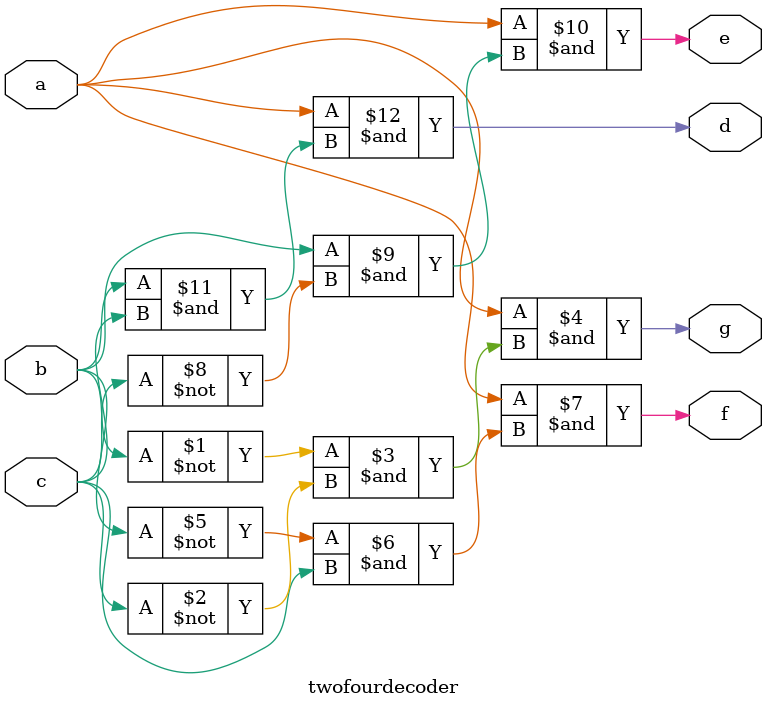
<source format=v>
module twofourdecoder(a,b,c,d,e,f,g);
input a,b,c;
output d,e,f,g;
assign g=a&((~b)&(~c));
assign f=a&((~b)&c);
assign e=a&(b&(~c));
assign d=a&(b&c);
initial 
begin 
$display("2X4 decoder");
end
endmodule
</source>
